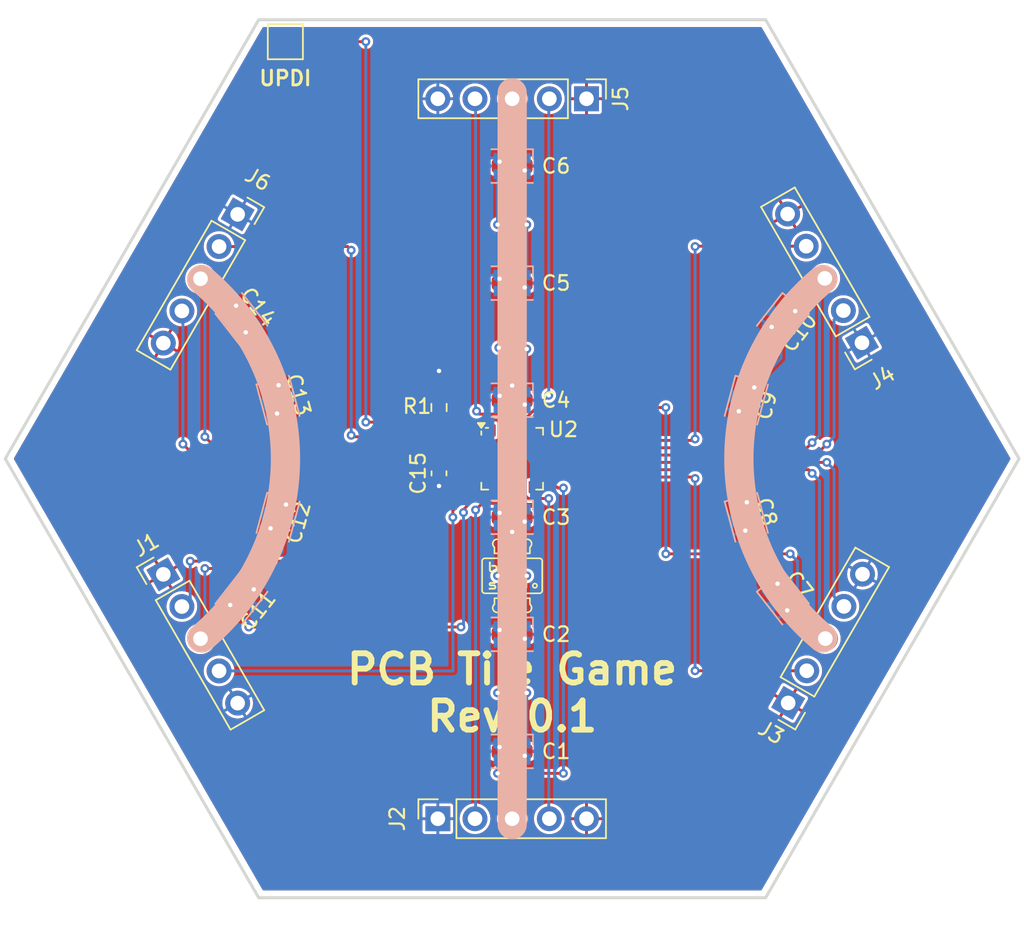
<source format=kicad_pcb>
(kicad_pcb (version 20240108) (generator "pcbnew") (generator_version "8.0")
  (title_block (title "PCB Tile Game") (rev "0.1"))
  (layers (0 "F.Cu" signal) (31 "B.Cu" signal) (34 "B.Paste" user) (35 "F.Paste" user) (36 "B.SilkS" user "B.Silkscreen") (37 "F.SilkS" user "F.Silkscreen") (38 "B.Mask" user) (39 "F.Mask" user) (44 "Edge.Cuts" user))
  (net 0 "")
  (net 1 "GND")
  (net 2 "VCC")
  (net 3 "Net-(D1-DOUT)")
  (net 4 "Net-(D2-DOUT)")
  (net 5 "Net-(D3-DOUT)")
  (net 6 "Net-(D4-DOUT)")
  (net 7 "Net-(D5-DOUT)")
  (net 8 "Net-(D7-DOUT)")
  (net 9 "/DATA_J1")
  (net 10 "/TX_J1")
  (net 11 "/RX_J1")
  (net 12 "/TX_J2")
  (net 13 "/DATA_J2")
  (net 14 "/RX_J2")
  (net 15 "/RX_J3")
  (net 16 "/DATA_J3")
  (net 17 "/TX_J3")
  (net 18 "/TX_J4")
  (net 19 "/RX_J4")
  (net 20 "/DATA_J4")
  (net 21 "/UPDI")
  (net 22 "/RX_J5")
  (net 23 "/TX_J5")
  (net 24 "/DATA_J5")
  (net 25 "Net-(D8-DOUT)")
  (net 26 "Net-(D11-DOUT)")
  (net 27 "Net-(D12-DOUT)")
  (net 28 "Net-(D13-DOUT)")
  (net 30 "/DATA_J6")
  (net 31 "/RX_J6")
  (net 32 "/TX_J6")
  (net 33 "/LED_J1-J6")
  (net 34 "/LED_J2-J5")
  (net 36 "/LED_J3-J4")
  (net 37 "Net-(D10-DIN)")
  (footprint "Capacitor_SMD:C_0603_1608Metric_Pad1.08x0.95mm_HandSolder" (layer "F.Cu") (at 140.06 92 180)
    (property "Reference" "C2" (at -3 0 0) (layer "F.SilkS"))
    (property "Value" "0.1uF")
    (pad "1" smd roundrect (at -0.8625 0 180) (size 1.075 0.95) (layers "F.Cu" "F.Paste" "F.Mask") (net 1 "GND"))
    (pad "2" smd roundrect (at 0.8625 0 180) (size 1.075 0.95) (layers "F.Cu" "F.Paste" "F.Mask") (net 2 "VCC"))
  )
  (footprint "Capacitor_SMD:C_0603_1608Metric_Pad1.08x0.95mm_HandSolder" (layer "F.Cu") (at 124.06 76 -75)
    (property "Reference" "C13" (at 0 -1.43 105) (layer "F.SilkS"))
    (property "Value" "0.1uF")
    (pad "1" smd roundrect (at -0.8625 0.000001 285) (size 1.075 0.95) (layers "F.Cu" "F.Paste" "F.Mask") (net 1 "GND"))
    (pad "2" smd roundrect (at 0.8625 -0.000001 285) (size 1.075 0.95) (layers "F.Cu" "F.Paste" "F.Mask") (net 2 "VCC"))
  )
  (footprint "Capacitor_SMD:C_0603_1608Metric_Pad1.08x0.95mm_HandSolder" (layer "F.Cu") (at 140.06 84 180)
    (property "Reference" "C3" (at -3 0 0) (layer "F.SilkS"))
    (property "Value" "0.1uF")
    (pad "1" smd roundrect (at -0.8625 0 180) (size 1.075 0.95) (layers "F.Cu" "F.Paste" "F.Mask") (net 1 "GND"))
    (pad "2" smd roundrect (at 0.8625 0 180) (size 1.075 0.95) (layers "F.Cu" "F.Paste" "F.Mask") (net 2 "VCC"))
  )
  (footprint "Connector_PinSocket_2.54mm:PinSocket_1x05_P2.54mm_Vertical" (layer "F.Cu") (at 134.98 104.6 90)
    (property "Reference" "J2" (at 0 -2.77 90) (layer "F.SilkS"))
    (property "Value" "Conn_01x05_Socket")
    (pad "1" thru_hole rect (at 0 0 90) (size 1.7 1.7) (drill 1) (layers "*.Cu" "*.Mask") (net 2 "VCC"))
    (pad "2" thru_hole oval (at 0 2.54 90) (size 1.7 1.7) (drill 1) (layers "*.Cu" "*.Mask") (net 12 "/TX_J2"))
    (pad "3" thru_hole oval (at 0 5.08 90) (size 1.7 1.7) (drill 1) (layers "*.Cu" "*.Mask") (net 13 "/DATA_J2"))
    (pad "4" thru_hole oval (at 0 7.62 90) (size 1.7 1.7) (drill 1) (layers "*.Cu" "*.Mask") (net 14 "/RX_J2"))
    (pad "5" thru_hole oval (at 0 10.16 90) (size 1.7 1.7) (drill 1) (layers "*.Cu" "*.Mask") (net 1 "GND"))
  )
  (footprint "Resistor_SMD:R_0603_1608Metric_Pad0.98x0.95mm_HandSolder" (layer "F.Cu") (at 135.06 76.5 -90)
    (property "Reference" "R1" (at -0.0875 1.5 360) (layer "F.SilkS"))
    (property "Value" "DNP")
    (pad "1" smd roundrect (at -0.9125 0 270) (size 0.975 0.95) (layers "F.Cu" "F.Paste" "F.Mask") (net 2 "VCC"))
    (pad "2" smd roundrect (at 0.9125 0 270) (size 0.975 0.95) (layers "F.Cu" "F.Paste" "F.Mask") (net 21 "/UPDI"))
  )
  (footprint "Capacitor_SMD:C_0603_1608Metric_Pad1.08x0.95mm_HandSolder" (layer "F.Cu") (at 158.56 70.5 -128)
    (property "Reference" "C10" (at 0 -1.43 52) (layer "F.SilkS"))
    (property "Value" "0.1uF")
    (pad "1" smd roundrect (at -0.8625 0 232) (size 1.075 0.95) (layers "F.Cu" "F.Paste" "F.Mask") (net 1 "GND"))
    (pad "2" smd roundrect (at 0.8625 0 232) (size 1.075 0.95) (layers "F.Cu" "F.Paste" "F.Mask") (net 2 "VCC"))
  )
  (footprint "Capacitor_SMD:C_0603_1608Metric_Pad1.08x0.95mm_HandSolder" (layer "F.Cu") (at 135.06 81 90)
    (property "Reference" "C15" (at 0 -1.43 90) (layer "F.SilkS"))
    (property "Value" "0.1uF")
    (pad "1" smd roundrect (at -0.8625 0 90) (size 1.075 0.95) (layers "F.Cu" "F.Paste" "F.Mask") (net 2 "VCC"))
    (pad "2" smd roundrect (at 0.8625 0 90) (size 1.075 0.95) (layers "F.Cu" "F.Paste" "F.Mask") (net 1 "GND"))
  )
  (footprint "Capacitor_SMD:C_0603_1608Metric_Pad1.08x0.95mm_HandSolder" (layer "F.Cu") (at 140.06 68 180)
    (property "Reference" "C5" (at -3 0 0) (layer "F.SilkS"))
    (property "Value" "0.1uF")
    (pad "1" smd roundrect (at -0.8625 0 180) (size 1.075 0.95) (layers "F.Cu" "F.Paste" "F.Mask") (net 1 "GND"))
    (pad "2" smd roundrect (at 0.8625 0 180) (size 1.075 0.95) (layers "F.Cu" "F.Paste" "F.Mask") (net 2 "VCC"))
  )
  (footprint "Capacitor_SMD:C_0603_1608Metric_Pad1.08x0.95mm_HandSolder" (layer "F.Cu") (at 156.06 84 -75)
    (property "Reference" "C8" (at 0 -1.43 105) (layer "F.SilkS"))
    (property "Value" "0.1uF")
    (pad "1" smd roundrect (at -0.8625 0 285) (size 1.075 0.95) (layers "F.Cu" "F.Paste" "F.Mask") (net 1 "GND"))
    (pad "2" smd roundrect (at 0.8625 0 285) (size 1.075 0.95) (layers "F.Cu" "F.Paste" "F.Mask") (net 2 "VCC"))
  )
  (footprint "Capacitor_SMD:C_0603_1608Metric_Pad1.08x0.95mm_HandSolder" (layer "F.Cu") (at 140.06 60 180)
    (property "Reference" "C6" (at -3 0 360) (layer "F.SilkS"))
    (property "Value" "0.1uF")
    (pad "1" smd roundrect (at -0.8625 0 180) (size 1.075 0.95) (layers "F.Cu" "F.Paste" "F.Mask") (net 1 "GND"))
    (pad "2" smd roundrect (at 0.8625 0 180) (size 1.075 0.95) (layers "F.Cu" "F.Paste" "F.Mask") (net 2 "VCC"))
  )
  (footprint "Connector_PinHeader_2.54mm:PinHeader_1x05_P2.54mm_Vertical" (layer "F.Cu") (at 158.92 96.689409 150)
    (property "Reference" "J3" (at 0 -2.33 150) (layer "F.SilkS"))
    (property "Value" "Conn_01x05_Pin")
    (pad "1" thru_hole rect (at 0 0 150) (size 1.7 1.7) (drill 1) (layers "*.Cu" "*.Mask") (net 1 "GND"))
    (pad "2" thru_hole oval (at 0 2.54 150) (size 1.7 1.7) (drill 1) (layers "*.Cu" "*.Mask") (net 17 "/TX_J3"))
    (pad "3" thru_hole oval (at 0 5.08 150) (size 1.7 1.7) (drill 1) (layers "*.Cu" "*.Mask") (net 16 "/DATA_J3"))
    (pad "4" thru_hole oval (at 0 7.62 150) (size 1.7 1.7) (drill 1) (layers "*.Cu" "*.Mask") (net 15 "/RX_J3"))
    (pad "5" thru_hole oval (at 0 10.16 150) (size 1.7 1.7) (drill 1) (layers "*.Cu" "*.Mask") (net 2 "VCC"))
  )
  (footprint "Capacitor_SMD:C_0603_1608Metric_Pad1.08x0.95mm_HandSolder" (layer "F.Cu") (at 121.56 70.5 -52)
    (property "Reference" "C14" (at 0 -1.430001 128) (layer "F.SilkS"))
    (property "Value" "0.1uF")
    (pad "1" smd roundrect (at -0.8625 -0.000001 308) (size 1.075 0.95) (layers "F.Cu" "F.Paste" "F.Mask") (net 1 "GND"))
    (pad "2" smd roundrect (at 0.8625 0.000001 308) (size 1.075 0.95) (layers "F.Cu" "F.Paste" "F.Mask") (net 2 "VCC"))
  )
  (footprint "Capacitor_SMD:C_0603_1608Metric_Pad1.08x0.95mm_HandSolder" (layer "F.Cu") (at 124.06 84 -105)
    (property "Reference" "C12" (at 0 -1.43 75) (layer "F.SilkS"))
    (property "Value" "0.1uF")
    (pad "1" smd roundrect (at -0.8625 0 255) (size 1.075 0.95) (layers "F.Cu" "F.Paste" "F.Mask") (net 1 "GND"))
    (pad "2" smd roundrect (at 0.8625 0 255) (size 1.075 0.95) (layers "F.Cu" "F.Paste" "F.Mask") (net 2 "VCC"))
  )
  (footprint "Connector_PinSocket_2.54mm:PinSocket_1x05_P2.54mm_Vertical" (layer "F.Cu") (at 121.3 63.300591 -30)
    (property "Reference" "J6" (at 0 -2.77 150) (layer "F.SilkS"))
    (property "Value" "Conn_01x05_Socket")
    (pad "1" thru_hole rect (at 0 0 330) (size 1.7 1.7) (drill 1) (layers "*.Cu" "*.Mask") (net 2 "VCC"))
    (pad "2" thru_hole oval (at 0 2.54 330) (size 1.7 1.7) (drill 1) (layers "*.Cu" "*.Mask") (net 32 "/TX_J6"))
    (pad "3" thru_hole oval (at 0 5.08 330) (size 1.7 1.7) (drill 1) (layers "*.Cu" "*.Mask") (net 30 "/DATA_J6"))
    (pad "4" thru_hole oval (at 0 7.62 330) (size 1.7 1.7) (drill 1) (layers "*.Cu" "*.Mask") (net 31 "/RX_J6"))
    (pad "5" thru_hole oval (at 0 10.16 330) (size 1.7 1.7) (drill 1) (layers "*.Cu" "*.Mask") (net 1 "GND"))
  )
  (footprint "Capacitor_SMD:C_0603_1608Metric_Pad1.08x0.95mm_HandSolder" (layer "F.Cu") (at 158.56 89.5 -52)
    (property "Reference" "C7" (at 0 -1.43 128) (layer "F.SilkS"))
    (property "Value" "0.1uF")
    (pad "1" smd roundrect (at -0.8625 0 308) (size 1.075 0.95) (layers "F.Cu" "F.Paste" "F.Mask") (net 1 "GND"))
    (pad "2" smd roundrect (at 0.8625 0 308) (size 1.075 0.95) (layers "F.Cu" "F.Paste" "F.Mask") (net 2 "VCC"))
  )
  (footprint "Capacitor_SMD:C_0603_1608Metric_Pad1.08x0.95mm_HandSolder" (layer "F.Cu") (at 140.06 100 180)
    (property "Reference" "C1" (at -3 0 0) (layer "F.SilkS"))
    (property "Value" "0.1uF")
    (pad "1" smd roundrect (at -0.8625 0 180) (size 1.075 0.95) (layers "F.Cu" "F.Paste" "F.Mask") (net 1 "GND"))
    (pad "2" smd roundrect (at 0.8625 0 180) (size 1.075 0.95) (layers "F.Cu" "F.Paste" "F.Mask") (net 2 "VCC"))
  )
  (footprint "New Logo:byteSizedEngineeringLogo-6mm" (layer "F.Cu") (at 140.06 88)
    (property "Reference" "G***" (hide yes))
    (property "Value" "LOGO" (hide yes))
  )
  (footprint "Connector_PinSocket_2.54mm:PinSocket_1x05_P2.54mm_Vertical" (layer "F.Cu") (at 163.963349 72.075928 -150)
    (property "Reference" "J4" (at 0 -2.77 30) (layer "F.SilkS"))
    (property "Value" "Conn_01x05_Socket")
    (pad "1" thru_hole rect (at 0 0 210) (size 1.7 1.7) (drill 1) (layers "*.Cu" "*.Mask") (net 2 "VCC"))
    (pad "2" thru_hole oval (at 0 2.54 210) (size 1.7 1.7) (drill 1) (layers "*.Cu" "*.Mask") (net 18 "/TX_J4"))
    (pad "3" thru_hole oval (at 0 5.08 210) (size 1.7 1.7) (drill 1) (layers "*.Cu" "*.Mask") (net 20 "/DATA_J4"))
    (pad "4" thru_hole oval (at 0 7.62 210) (size 1.7 1.7) (drill 1) (layers "*.Cu" "*.Mask") (net 19 "/RX_J4"))
    (pad "5" thru_hole oval (at 0 10.16 210) (size 1.7 1.7) (drill 1) (layers "*.Cu" "*.Mask") (net 1 "GND"))
  )
  (footprint "Capacitor_SMD:C_0603_1608Metric_Pad1.08x0.95mm_HandSolder" (layer "F.Cu") (at 156.06 76 -105)
    (property "Reference" "C9" (at 0 -1.43 75) (layer "F.SilkS"))
    (property "Value" "0.1uF")
    (pad "1" smd roundrect (at -0.8625 0 255) (size 1.075 0.95) (layers "F.Cu" "F.Paste" "F.Mask") (net 1 "GND"))
    (pad "2" smd roundrect (at 0.8625 0 255) (size 1.075 0.95) (layers "F.Cu" "F.Paste" "F.Mask") (net 2 "VCC"))
  )
  (footprint "Connector_PinHeader_2.54mm:PinHeader_1x05_P2.54mm_Vertical" (layer "F.Cu") (at 116.22 87.900591 30)
    (property "Reference" "J1" (at 0 -2.33 30) (layer "F.SilkS"))
    (property "Value" "Conn_01x05_Pin")
    (pad "1" thru_hole rect (at 0 0 30) (size 1.7 1.7) (drill 1) (layers "*.Cu" "*.Mask") (net 1 "GND"))
    (pad "2" thru_hole oval (at 0 2.54 30) (size 1.7 1.7) (drill 1) (layers "*.Cu" "*.Mask") (net 10 "/TX_J1"))
    (pad "3" thru_hole oval (at 0 5.08 30) (size 1.7 1.7) (drill 1) (layers "*.Cu" "*.Mask") (net 9 "/DATA_J1"))
    (pad "4" thru_hole oval (at 0 7.62 30) (size 1.7 1.7) (drill 1) (layers "*.Cu" "*.Mask") (net 11 "/RX_J1"))
    (pad "5" thru_hole oval (at 0 10.16 30) (size 1.7 1.7) (drill 1) (layers "*.Cu" "*.Mask") (net 2 "VCC"))
  )
  (footprint "Capacitor_SMD:C_0603_1608Metric_Pad1.08x0.95mm_HandSolder" (layer "F.Cu") (at 140.06 76 180)
    (property "Reference" "C4" (at -3 0 0) (layer "F.SilkS"))
    (property "Value" "0.1uF")
    (pad "1" smd roundrect (at -0.8625 0 180) (size 1.075 0.95) (layers "F.Cu" "F.Paste" "F.Mask") (net 1 "GND"))
    (pad "2" smd roundrect (at 0.8625 0 180) (size 1.075 0.95) (layers "F.Cu" "F.Paste" "F.Mask") (net 2 "VCC"))
  )
  (footprint "Connector_PinHeader_2.54mm:PinHeader_1x05_P2.54mm_Vertical" (layer "F.Cu") (at 145.14 55.4 -90)
    (property "Reference" "J5" (at 0 -2.33 90) (layer "F.SilkS"))
    (property "Value" "Conn_01x05_Pin")
    (pad "1" thru_hole rect (at 0 0 270) (size 1.7 1.7) (drill 1) (layers "*.Cu" "*.Mask") (net 1 "GND"))
    (pad "2" thru_hole oval (at 0 2.54 270) (size 1.7 1.7) (drill 1) (layers "*.Cu" "*.Mask") (net 23 "/TX_J5"))
    (pad "3" thru_hole oval (at 0 5.08 270) (size 1.7 1.7) (drill 1) (layers "*.Cu" "*.Mask") (net 24 "/DATA_J5"))
    (pad "4" thru_hole oval (at 0 7.62 270) (size 1.7 1.7) (drill 1) (layers "*.Cu" "*.Mask") (net 22 "/RX_J5"))
    (pad "5" thru_hole oval (at 0 10.16 270) (size 1.7 1.7) (drill 1) (layers "*.Cu" "*.Mask") (net 2 "VCC"))
  )
  (footprint "TestPoint:TestPoint_Pad_2.0x2.0mm" (layer "F.Cu") (at 124.56 51.5)
    (property "Reference" "TP1" (hide yes))
    (property "Value" "TestPoint")
    (pad "1" smd rect (at 0 0) (size 2 2) (layers "F.Cu" "F.Mask") (net 21 "/UPDI"))
  )
  (footprint "Package_DFN_QFN:QFN-24-1EP_4x4mm_P0.5mm_EP2.6x2.6mm" (layer "F.Cu") (at 140.06 80)
    (property "Reference" "U2" (at 3.5 -2 0) (layer "F.SilkS"))
    (property "Value" "ATtiny3217-M")
    (pad "1" smd roundrect (at -1.9375 -1.25) (size 0.825 0.25) (layers "F.Cu" "F.Paste" "F.Mask") (net 30 "/DATA_J6"))
    (pad "2" smd roundrect (at -1.9375 -0.75) (size 0.825 0.25) (layers "F.Cu" "F.Paste" "F.Mask") (net 31 "/RX_J6"))
    (pad "3" smd roundrect (at -1.9375 -0.25) (size 0.825 0.25) (layers "F.Cu" "F.Paste" "F.Mask") (net 1 "GND"))
    (pad "4" smd roundrect (at -1.9375 0.25) (size 0.825 0.25) (layers "F.Cu" "F.Paste" "F.Mask") (net 2 "VCC"))
    (pad "5" smd roundrect (at -1.9375 0.75) (size 0.825 0.25) (layers "F.Cu" "F.Paste" "F.Mask") (net 10 "/TX_J1"))
    (pad "6" smd roundrect (at -1.9375 1.25) (size 0.825 0.25) (layers "F.Cu" "F.Paste" "F.Mask") (net 9 "/DATA_J1"))
    (pad "7" smd roundrect (at -1.25 1.9375) (size 0.25 0.825) (layers "F.Cu" "F.Paste" "F.Mask") (net 11 "/RX_J1"))
    (pad "8" smd roundrect (at -0.75 1.9375) (size 0.25 0.825) (layers "F.Cu" "F.Paste" "F.Mask") (net 33 "/LED_J1-J6"))
    (pad "9" smd roundrect (at -0.25 1.9375) (size 0.25 0.825) (layers "F.Cu" "F.Paste" "F.Mask") (net 12 "/TX_J2"))
    (pad "10" smd roundrect (at 0.25 1.9375) (size 0.25 0.825) (layers "F.Cu" "F.Paste" "F.Mask") (net 13 "/DATA_J2"))
    (pad "11" smd roundrect (at 0.75 1.9375) (size 0.25 0.825) (layers "F.Cu" "F.Paste" "F.Mask") (net 14 "/RX_J2"))
    (pad "12" smd roundrect (at 1.25 1.9375) (size 0.25 0.825) (layers "F.Cu" "F.Paste" "F.Mask") (net 34 "/LED_J2-J5"))
    (pad "13" smd roundrect (at 1.9375 1.25) (size 0.825 0.25) (layers "F.Cu" "F.Paste" "F.Mask") (net 17 "/TX_J3"))
    (pad "14" smd roundrect (at 1.9375 0.75) (size 0.825 0.25) (layers "F.Cu" "F.Paste" "F.Mask") (net 16 "/DATA_J3"))
    (pad "15" smd roundrect (at 1.9375 0.25) (size 0.825 0.25) (layers "F.Cu" "F.Paste" "F.Mask") (net 15 "/RX_J3"))
    (pad "16" smd roundrect (at 1.9375 -0.25) (size 0.825 0.25) (layers "F.Cu" "F.Paste" "F.Mask") (net 18 "/TX_J4"))
    (pad "17" smd roundrect (at 1.9375 -0.75) (size 0.825 0.25) (layers "F.Cu" "F.Paste" "F.Mask") (net 20 "/DATA_J4"))
    (pad "18" smd roundrect (at 1.9375 -1.25) (size 0.825 0.25) (layers "F.Cu" "F.Paste" "F.Mask") (net 19 "/RX_J4"))
    (pad "19" smd roundrect (at 1.25 -1.9375) (size 0.25 0.825) (layers "F.Cu" "F.Paste" "F.Mask") (net 36 "/LED_J3-J4"))
    (pad "20" smd roundrect (at 0.75 -1.9375) (size 0.25 0.825) (layers "F.Cu" "F.Paste" "F.Mask") (net 23 "/TX_J5"))
    (pad "21" smd roundrect (at 0.25 -1.9375) (size 0.25 0.825) (layers "F.Cu" "F.Paste" "F.Mask") (net 24 "/DATA_J5"))
    (pad "22" smd roundrect (at -0.25 -1.9375) (size 0.25 0.825) (layers "F.Cu" "F.Paste" "F.Mask") (net 22 "/RX_J5"))
    (pad "23" smd roundrect (at -0.75 -1.9375) (size 0.25 0.825) (layers "F.Cu" "F.Paste" "F.Mask") (net 21 "/UPDI"))
    (pad "24" smd roundrect (at -1.25 -1.9375) (size 0.25 0.825) (layers "F.Cu" "F.Paste" "F.Mask") (net 32 "/TX_J6"))
    (pad "25" smd rect (at 0 0) (size 2.6 2.6) (property pad_prop_heatsink) (layers "F.Cu" "F.Mask") (net 1 "GND"))
  )
  (footprint "Capacitor_SMD:C_0603_1608Metric_Pad1.08x0.95mm_HandSolder" (layer "F.Cu") (at 121.56 89.5 -128)
    (property "Reference" "C11" (at 0 -1.430001 52) (layer "F.SilkS"))
    (property "Value" "0.1uF")
    (pad "1" smd roundrect (at -0.8625 0 232) (size 1.075 0.95) (layers "F.Cu" "F.Paste" "F.Mask") (net 1 "GND"))
    (pad "2" smd roundrect (at 0.8625 0 232) (size 1.075 0.95) (layers "F.Cu" "F.Paste" "F.Mask") (net 2 "VCC"))
  )
  (footprint "LED_SMD:LED_WS2812B-2020_PLCC4_2.0x2.0mm" (layer "B.Cu") (at 140.06 68 180)
    (property "Reference" "D5" (at 0 2 0) (layer "B.SilkS") (effects (justify mirror)))
    (property "Value" "WS2812B-2020")
    (pad "1" smd rect (at -0.915 0.55 180) (size 0.7 0.7) (layers "B.Cu" "B.Paste" "B.Mask") (net 7 "Net-(D5-DOUT)"))
    (pad "2" smd rect (at -0.915 -0.55 180) (size 0.7 0.7) (layers "B.Cu" "B.Paste" "B.Mask") (net 1 "GND"))
    (pad "3" smd rect (at 0.915 -0.55 180) (size 0.7 0.7) (layers "B.Cu" "B.Paste" "B.Mask") (net 6 "Net-(D4-DOUT)"))
    (pad "4" smd rect (at 0.915 0.55 180) (size 0.7 0.7) (layers "B.Cu" "B.Paste" "B.Mask") (net 2 "VCC"))
  )
  (footprint "LED_SMD:LED_WS2812B-2020_PLCC4_2.0x2.0mm" (layer "B.Cu") (at 140.06 60 180)
    (property "Reference" "D6" (at 0 2 360) (layer "B.SilkS") (effects (justify mirror)))
    (property "Value" "WS2812B-2020")
    (pad "1" smd rect (at -0.915 0.55 180) (size 0.7 0.7) (layers "B.Cu" "B.Paste" "B.Mask"))
    (pad "2" smd rect (at -0.915 -0.55 180) (size 0.7 0.7) (layers "B.Cu" "B.Paste" "B.Mask") (net 1 "GND"))
    (pad "3" smd rect (at 0.915 -0.55 180) (size 0.7 0.7) (layers "B.Cu" "B.Paste" "B.Mask") (net 7 "Net-(D5-DOUT)"))
    (pad "4" smd rect (at 0.915 0.55 180) (size 0.7 0.7) (layers "B.Cu" "B.Paste" "B.Mask") (net 2 "VCC"))
  )
  (footprint "LED_SMD:LED_WS2812B-2020_PLCC4_2.0x2.0mm" (layer "B.Cu") (at 156.06 76 -105)
    (property "Reference" "D9" (hide yes))
    (property "Value" "WS2812B-2020")
    (pad "1" smd rect (at -0.915001 0.549999 255) (size 0.7 0.7) (layers "B.Cu" "B.Paste" "B.Mask") (net 37 "Net-(D10-DIN)"))
    (pad "2" smd rect (at -0.915 -0.549998 255) (size 0.7 0.7) (layers "B.Cu" "B.Paste" "B.Mask") (net 1 "GND"))
    (pad "3" smd rect (at 0.915001 -0.549999 255) (size 0.7 0.7) (layers "B.Cu" "B.Paste" "B.Mask") (net 25 "Net-(D8-DOUT)"))
    (pad "4" smd rect (at 0.915 0.549998 255) (size 0.7 0.7) (layers "B.Cu" "B.Paste" "B.Mask") (net 2 "VCC"))
  )
  (footprint "LED_SMD:LED_WS2812B-2020_PLCC4_2.0x2.0mm" (layer "B.Cu") (at 140.06 92 180)
    (property "Reference" "D2" (at 0 2 0) (layer "B.SilkS") (effects (justify mirror)))
    (property "Value" "WS2812B-2020")
    (pad "1" smd rect (at -0.915 0.55 180) (size 0.7 0.7) (layers "B.Cu" "B.Paste" "B.Mask") (net 4 "Net-(D2-DOUT)"))
    (pad "2" smd rect (at -0.915 -0.55 180) (size 0.7 0.7) (layers "B.Cu" "B.Paste" "B.Mask") (net 1 "GND"))
    (pad "3" smd rect (at 0.915 -0.55 180) (size 0.7 0.7) (layers "B.Cu" "B.Paste" "B.Mask") (net 3 "Net-(D1-DOUT)"))
    (pad "4" smd rect (at 0.915 0.55 180) (size 0.7 0.7) (layers "B.Cu" "B.Paste" "B.Mask") (net 2 "VCC"))
  )
  (footprint "LED_SMD:LED_WS2812B-2020_PLCC4_2.0x2.0mm" (layer "B.Cu") (at 121.56 70.5 -52)
    (property "Reference" "D14" (hide yes))
    (property "Value" "WS2812B-2020")
    (pad "1" smd rect (at -0.915 0.55 308) (size 0.7 0.7) (layers "B.Cu" "B.Paste" "B.Mask"))
    (pad "2" smd rect (at -0.915001 -0.55 308) (size 0.7 0.7) (layers "B.Cu" "B.Paste" "B.Mask") (net 1 "GND"))
    (pad "3" smd rect (at 0.915 -0.55 308) (size 0.7 0.7) (layers "B.Cu" "B.Paste" "B.Mask") (net 28 "Net-(D13-DOUT)"))
    (pad "4" smd rect (at 0.915001 0.55 308) (size 0.7 0.7) (layers "B.Cu" "B.Paste" "B.Mask") (net 2 "VCC"))
  )
  (footprint "LED_SMD:LED_WS2812B-2020_PLCC4_2.0x2.0mm" (layer "B.Cu") (at 140.06 100 180)
    (property "Reference" "D1" (at 0 2 0) (layer "B.SilkS") (effects (justify mirror)))
    (property "Value" "WS2812B-2020")
    (pad "1" smd rect (at -0.915 0.55 180) (size 0.7 0.7) (layers "B.Cu" "B.Paste" "B.Mask") (net 3 "Net-(D1-DOUT)"))
    (pad "2" smd rect (at -0.915 -0.55 180) (size 0.7 0.7) (layers "B.Cu" "B.Paste" "B.Mask") (net 1 "GND"))
    (pad "3" smd rect (at 0.915 -0.55 180) (size 0.7 0.7) (layers "B.Cu" "B.Paste" "B.Mask") (net 34 "/LED_J2-J5"))
    (pad "4" smd rect (at 0.915 0.55 180) (size 0.7 0.7) (layers "B.Cu" "B.Paste" "B.Mask") (net 2 "VCC"))
  )
  (footprint "LED_SMD:LED_WS2812B-2020_PLCC4_2.0x2.0mm" (layer "B.Cu") (at 124.06 76 -75)
    (property "Reference" "D13" (hide yes))
    (property "Value" "WS2812B-2020")
    (pad "1" smd rect (at -0.915 0.55 285) (size 0.7 0.7) (layers "B.Cu" "B.Paste" "B.Mask") (net 28 "Net-(D13-DOUT)"))
    (pad "2" smd rect (at -0.915 -0.55 285) (size 0.7 0.7) (layers "B.Cu" "B.Paste" "B.Mask") (net 1 "GND"))
    (pad "3" smd rect (at 0.915 -0.55 285) (size 0.7 0.7) (layers "B.Cu" "B.Paste" "B.Mask") (net 27 "Net-(D12-DOUT)"))
    (pad "4" smd rect (at 0.915 0.55 285) (size 0.7 0.7) (layers "B.Cu" "B.Paste" "B.Mask") (net 2 "VCC"))
  )
  (footprint "LED_SMD:LED_WS2812B-2020_PLCC4_2.0x2.0mm" (layer "B.Cu") (at 140.06 84 180)
    (property "Reference" "D3" (at 0 2 0) (layer "B.SilkS") (effects (justify mirror)))
    (property "Value" "WS2812B-2020")
    (pad "1" smd rect (at -0.915 0.55 180) (size 0.7 0.7) (layers "B.Cu" "B.Paste" "B.Mask") (net 5 "Net-(D3-DOUT)"))
    (pad "2" smd rect (at -0.915 -0.55 180) (size 0.7 0.7) (layers "B.Cu" "B.Paste" "B.Mask") (net 1 "GND"))
    (pad "3" smd rect (at 0.915 -0.55 180) (size 0.7 0.7) (layers "B.Cu" "B.Paste" "B.Mask") (net 4 "Net-(D2-DOUT)"))
    (pad "4" smd rect (at 0.915 0.55 180) (size 0.7 0.7) (layers "B.Cu" "B.Paste" "B.Mask") (net 2 "VCC"))
  )
  (footprint "LED_SMD:LED_WS2812B-2020_PLCC4_2.0x2.0mm" (layer "B.Cu") (at 156.06 84 -75)
    (property "Reference" "D8" (hide yes))
    (property "Value" "WS2812B-2020")
    (pad "1" smd rect (at -0.915 0.55 285) (size 0.7 0.7) (layers "B.Cu" "B.Paste" "B.Mask") (net 25 "Net-(D8-DOUT)"))
    (pad "2" smd rect (at -0.915 -0.55 285) (size 0.7 0.7) (layers "B.Cu" "B.Paste" "B.Mask") (net 1 "GND"))
    (pad "3" smd rect (at 0.915 -0.55 285) (size 0.7 0.7) (layers "B.Cu" "B.Paste" "B.Mask") (net 8 "Net-(D7-DOUT)"))
    (pad "4" smd rect (at 0.915 0.55 285) (size 0.7 0.7) (layers "B.Cu" "B.Paste" "B.Mask") (net 2 "VCC"))
  )
  (footprint "LED_SMD:LED_WS2812B-2020_PLCC4_2.0x2.0mm" (layer "B.Cu") (at 158.56 89.5 -52)
    (property "Reference" "D7" (hide yes))
    (property "Value" "WS2812B-2020")
    (pad "1" smd rect (at -0.915 0.55 308) (size 0.7 0.7) (layers "B.Cu" "B.Paste" "B.Mask") (net 8 "Net-(D7-DOUT)"))
    (pad "2" smd rect (at -0.915 -0.55 308) (size 0.7 0.7) (layers "B.Cu" "B.Paste" "B.Mask") (net 1 "GND"))
    (pad "3" smd rect (at 0.915 -0.55 308) (size 0.7 0.7) (layers "B.Cu" "B.Paste" "B.Mask") (net 36 "/LED_J3-J4"))
    (pad "4" smd rect (at 0.915 0.55 308) (size 0.7 0.7) (layers "B.Cu" "B.Paste" "B.Mask") (net 2 "VCC"))
  )
  (footprint "LED_SMD:LED_WS2812B-2020_PLCC4_2.0x2.0mm" (layer "B.Cu") (at 140.06 76 180)
    (property "Reference" "D4" (at 0 2 0) (layer "B.SilkS") (effects (justify mirror)))
    (property "Value" "WS2812B-2020")
    (pad "1" smd rect (at -0.915 0.55 180) (size 0.7 0.7) (layers "B.Cu" "B.Paste" "B.Mask") (net 6 "Net-(D4-DOUT)"))
    (pad "2" smd rect (at -0.915 -0.55 180) (size 0.7 0.7) (layers "B.Cu" "B.Paste" "B.Mask") (net 1 "GND"))
    (pad "3" smd rect (at 0.915 -0.55 180) (size 0.7 0.7) (layers "B.Cu" "B.Paste" "B.Mask") (net 5 "Net-(D3-DOUT)"))
    (pad "4" smd rect (at 0.915 0.55 180) (size 0.7 0.7) (layers "B.Cu" "B.Paste" "B.Mask") (net 2 "VCC"))
  )
  (footprint "LED_SMD:LED_WS2812B-2020_PLCC4_2.0x2.0mm" (layer "B.Cu") (at 124.06 84 -105)
    (property "Reference" "D12" (hide yes))
    (property "Value" "WS2812B-2020")
    (pad "1" smd rect (at -0.915 0.55 255) (size 0.7 0.7) (layers "B.Cu" "B.Paste" "B.Mask") (net 27 "Net-(D12-DOUT)"))
    (pad "2" smd rect (at -0.915 -0.55 255) (size 0.7 0.7) (layers "B.Cu" "B.Paste" "B.Mask") (net 1 "GND"))
    (pad "3" smd rect (at 0.915 -0.55 255) (size 0.7 0.7) (layers "B.Cu" "B.Paste" "B.Mask") (net 26 "Net-(D11-DOUT)"))
    (pad "4" smd rect (at 0.915 0.55 255) (size 0.7 0.7) (layers "B.Cu" "B.Paste" "B.Mask") (net 2 "VCC"))
  )
  (footprint "LED_SMD:LED_WS2812B-2020_PLCC4_2.0x2.0mm" (layer "B.Cu") (at 121.56 89.5 -128)
    (property "Reference" "D11" (hide yes))
    (property "Value" "WS2812B-2020")
    (pad "1" smd rect (at -0.915 0.55 232) (size 0.7 0.7) (layers "B.Cu" "B.Paste" "B.Mask") (net 26 "Net-(D11-DOUT)"))
    (pad "2" smd rect (at -0.915 -0.55 232) (size 0.7 0.7) (layers "B.Cu" "B.Paste" "B.Mask") (net 1 "GND"))
    (pad "3" smd rect (at 0.915 -0.55 232) (size 0.7 0.7) (layers "B.Cu" "B.Paste" "B.Mask") (net 33 "/LED_J1-J6"))
    (pad "4" smd rect (at 0.915 0.55 232) (size 0.7 0.7) (layers "B.Cu" "B.Paste" "B.Mask") (net 2 "VCC"))
  )
  (footprint "LED_SMD:LED_WS2812B-2020_PLCC4_2.0x2.0mm" (layer "B.Cu") (at 158.56 70.5 -128)
    (property "Reference" "D10" (hide yes))
    (property "Value" "WS2812B-2020")
    (pad "1" smd rect (at -0.915001 0.55 232) (size 0.7 0.7) (layers "B.Cu" "B.Paste" "B.Mask"))
    (pad "2" smd rect (at -0.915 -0.55 232) (size 0.7 0.7) (layers "B.Cu" "B.Paste" "B.Mask") (net 1 "GND"))
    (pad "3" smd rect (at 0.915001 -0.55 232) (size 0.7 0.7) (layers "B.Cu" "B.Paste" "B.Mask") (net 37 "Net-(D10-DIN)"))
    (pad "4" smd rect (at 0.915 0.55 232) (size 0.7 0.7) (layers "B.Cu" "B.Paste" "B.Mask") (net 2 "VCC"))
  )
  (gr_line (start 140.06 105) (end 140.06 55) (stroke (width 2)) (layer "B.SilkS"))
  (gr_arc (start 118.842 67.75) (mid 124.567289 80) (end 118.842 92.25) (stroke (width 2)) (layer "B.SilkS"))
  (gr_arc (start 161.278 92.25) (mid 155.552711 80) (end 161.278 67.75) (stroke (width 2)) (layer "B.SilkS"))
  (gr_line (start 122.739492 110) (end 157.380508 110) (stroke (width 0.2)) (layer "Edge.Cuts"))
  (gr_line (start 157.380508 110) (end 174.701016 80) (stroke (width 0.2)) (layer "Edge.Cuts"))
  (gr_line (start 174.701016 80) (end 157.380508 50) (stroke (width 0.2)) (layer "Edge.Cuts"))
  (gr_line (start 122.739492 50) (end 105.418984 80) (stroke (width 0.2)) (layer "Edge.Cuts"))
  (gr_line (start 105.418984 80) (end 122.739492 110) (stroke (width 0.2)) (layer "Edge.Cuts"))
  (gr_line (start 157.380508 50) (end 122.739492 50) (stroke (width 0.2)) (layer "Edge.Cuts"))
  (gr_text "UPDI" (at 124.56 54 0) (layer "F.SilkS") (effects (font (size 1 1) (thickness 0.2))))
  (gr_text "${TITLE}\nRev ${REVISION}" (at 140.06 96 0) (layer "F.SilkS") (effects (font (size 2 2) (thickness 0.4) (bold yes))))
  (segment (start 135.4475 79.75) (end 135.06 80.1375) (width 0.2) (layer "F.Cu") (net 1))
  (segment (start 138.1225 79.75) (end 135.4475 79.75) (width 0.2) (layer "F.Cu") (net 1))
  (via (at 156.096148 82.975795) (size 0.6) (drill 0.3) (layers "F.Cu" "B.Cu") (net 1))
  (via (at 140.9225 68.300002) (size 0.6) (drill 0.3) (layers "F.Cu" "B.Cu") (net 1))
  (via (at 159.399722 69.912488) (size 0.6) (drill 0.3) (layers "F.Cu" "B.Cu") (net 1))
  (via (at 140.9225 92.300002) (size 0.6) (drill 0.3) (layers "F.Cu" "B.Cu") (net 1))
  (via (at 140.9225 60.300002) (size 0.6) (drill 0.3) (layers "F.Cu" "B.Cu") (net 1))
  (via (at 124.603407 83.131087) (size 0.6) (drill 0.3) (layers "F.Cu" "B.Cu") (net 1))
  (via (at 156.603409 75.131087) (size 0.6) (drill 0.3) (layers "F.Cu" "B.Cu") (net 1))
  (via (at 158.193086 88.54309) (size 0.6) (drill 0.3) (layers "F.Cu" "B.Cu") (net 1))
  (via (at 140.917986 84.300002) (size 0.6) (drill 0.3) (layers "F.Cu" "B.Cu") (net 1))
  (via (at 124.096148 74.975794) (size 0.6) (drill 0.3) (layers "F.Cu" "B.Cu") (net 1))
  (via (at 140.9225 100.300002) (size 0.6) (drill 0.3) (layers "F.Cu" "B.Cu") (net 1))
  (via (at 122.399855 88.926271) (size 0.6) (drill 0.3) (layers "F.Cu" "B.Cu") (net 1))
  (via (at 140.9225 76.300002) (size 0.6) (drill 0.3) (layers "F.Cu" "B.Cu") (net 1))
  (via (at 121.193088 69.543091) (size 0.6) (drill 0.3) (layers "F.Cu" "B.Cu") (net 1))
  (segment (start 135.06 75.5875) (end 135.06 74) (width 0.2) (layer "F.Cu") (net 2))
  (segment (start 136.000442 81.8625) (end 135.06 81.8625) (width 0.2) (layer "F.Cu") (net 2))
  (segment (start 137.612942 80.25) (end 136.000442 81.8625) (width 0.2) (layer "F.Cu") (net 2))
  (segment (start 138.1225 80.25) (end 137.612942 80.25) (width 0.2) (layer "F.Cu") (net 2))
  (via (at 135.06 74) (size 0.6) (drill 0.3) (layers "F.Cu" "B.Cu") (net 2))
  (via (at 139.1975 67.699998) (size 0.6) (drill 0.3) (layers "F.Cu" "B.Cu") (net 2))
  (via (at 157.792588 70.99496) (size 0.6) (drill 0.3) (layers "F.Cu" "B.Cu") (net 2))
  (via (at 155.54699 76.755464) (size 0.6) (drill 0.3) (layers "F.Cu" "B.Cu") (net 2))
  (via (at 139.1975 59.699998) (size 0.6) (drill 0.3) (layers "F.Cu" "B.Cu") (net 2))
  (via (at 139.1975 99.699998) (size 0.6) (drill 0.3) (layers "F.Cu" "B.Cu") (net 2))
  (via (at 139.1975 91.699998) (size 0.6) (drill 0.3) (layers "F.Cu" "B.Cu") (net 2))
  (via (at 123.993453 76.910757) (size 0.6) (drill 0.3) (layers "F.Cu" "B.Cu") (net 2))
  (via (at 121.854604 71.364358) (size 0.6) (drill 0.3) (layers "F.Cu" "B.Cu") (net 2))
  (via (at 123.54699 84.755465) (size 0.6) (drill 0.3) (layers "F.Cu" "B.Cu") (net 2))
  (via (at 158.854604 90.364358) (size 0.6) (drill 0.3) (layers "F.Cu" "B.Cu") (net 2))
  (via (at 135.06 81.8625) (size 0.6) (drill 0.3) (layers "F.Cu" "B.Cu") (net 2))
  (via (at 155.993453 84.910757) (size 0.6) (drill 0.3) (layers "F.Cu" "B.Cu") (net 2))
  (via (at 139.202014 75.699998) (size 0.6) (drill 0.3) (layers "F.Cu" "B.Cu") (net 2))
  (via (at 139.1975 83.699998) (size 0.6) (drill 0.3) (layers "F.Cu" "B.Cu") (net 2))
  (via (at 120.792589 89.994961) (size 0.6) (drill 0.3) (layers "F.Cu" "B.Cu") (net 2))
  (segment (start 139.06 96) (end 141.06 96) (width 0.2) (layer "F.Cu") (net 3))
  (via (at 141.06 96) (size 0.6) (drill 0.3) (layers "F.Cu" "B.Cu") (net 3))
  (via (at 139.06 96) (size 0.6) (drill 0.3) (layers "F.Cu" "B.Cu") (net 3))
  (segment (start 139.145 92.55) (end 139.145 95.915) (width 0.2) (layer "B.Cu") (net 3))
  (segment (start 139.145 95.915) (end 139.06 96) (width 0.2) (layer "B.Cu") (net 3))
  (segment (start 141.06 96) (end 141.06 99.365) (width 0.2) (layer "B.Cu") (net 3))
  (segment (start 141.06 88) (end 139.06 88) (width 0.2) (layer "F.Cu") (net 4))
  (via (at 141.06 88) (size 0.6) (drill 0.3) (layers "F.Cu" "B.Cu") (net 4))
  (via (at 139.06 88) (size 0.6) (drill 0.3) (layers "F.Cu" "B.Cu") (net 4))
  (segment (start 139.145 87.915) (end 139.145 84.55) (width 0.2) (layer "B.Cu") (net 4))
  (segment (start 139.06 88) (end 139.145 87.915) (width 0.2) (layer "B.Cu") (net 4))
  (segment (start 140.975 88.085) (end 141.06 88) (width 0.2) (layer "B.Cu") (net 4))
  (segment (start 140.975 91.45) (end 140.975 88.085) (width 0.2) (layer "B.Cu") (net 4))
  (segment (start 140.975 80.415) (end 139.145 78.585) (width 0.2) (layer "B.Cu") (net 5))
  (segment (start 140.975 83.45) (end 140.975 80.415) (width 0.2) (layer "B.Cu") (net 5))
  (segment (start 139.145 78.585) (end 139.145 76.55) (width 0.2) (layer "B.Cu") (net 5))
  (segment (start 141.06 72.5) (end 139.23 72.5) (width 0.2) (layer "F.Cu") (net 6))
  (segment (start 139.23 72.5) (end 139.145 72.415) (width 0.2) (layer "F.Cu") (net 6))
  (via (at 139.145 72.415) (size 0.6) (drill 0.3) (layers "F.Cu" "B.Cu") (net 6))
  (via (at 141.06 72.5) (size 0.6) (drill 0.3) (layers "F.Cu" "B.Cu") (net 6))
  (segment (start 139.145 72.415) (end 139.145 68.55) (width 0.2) (layer "B.Cu") (net 6))
  (segment (start 141.06 72.5) (end 141.06 75.365) (width 0.2) (layer "B.Cu") (net 6))
  (segment (start 141.06 64) (end 139.06 64) (width 0.2) (layer "F.Cu") (net 7))
  (via (at 139.06 64) (size 0.6) (drill 0.3) (layers "F.Cu" "B.Cu") (net 7))
  (via (at 141.06 64) (size 0.6) (drill 0.3) (layers "F.Cu" "B.Cu") (net 7))
  (segment (start 140.975 67.085) (end 141.06 67) (width 0.2) (layer "B.Cu") (net 7))
  (segment (start 140.975 67.45) (end 140.975 67.085) (width 0.2) (layer "B.Cu") (net 7))
  (segment (start 139.06 64) (end 139.06 60.635) (width 0.2) (layer "B.Cu") (net 7))
  (segment (start 141.06 67) (end 141.06 64) (width 0.2) (layer "B.Cu") (net 7))
  (segment (start 157.563264 89.117584) (end 157.06 88.61432) (width 0.2) (layer "B.Cu") (net 8))
  (segment (start 157.06 88.61432) (end 157.06 84.973393) (width 0.2) (layer "B.Cu") (net 8))
  (segment (start 157.06 84.973393) (end 156.828079 84.741472) (width 0.2) (layer "B.Cu") (net 8))
  (segment (start 119.06 87.5) (end 131.494314 87.5) (width 0.2) (layer "F.Cu") (net 9))
  (segment (start 137.744314 81.25) (end 138.1225 81.25) (width 0.2) (layer "F.Cu") (net 9))
  (segment (start 131.494314 87.5) (end 137.744314 81.25) (width 0.2) (layer "F.Cu") (net 9))
  (via (at 119.06 87.5) (size 0.6) (drill 0.3) (layers "F.Cu" "B.Cu") (net 9))
  (segment (start 119.06 87.5) (end 119.06 92) (width 0.2) (layer "B.Cu") (net 9))
  (segment (start 118.711471 87) (end 118.811471 86.9) (width 0.2) (layer "F.Cu") (net 10))
  (segment (start 118.811471 86.9) (end 119.308529 86.9) (width 0.2) (layer "F.Cu") (net 10))
  (segment (start 118.06 87) (end 118.711471 87) (width 0.2) (layer "F.Cu") (net 10))
  (segment (start 119.308529 86.9) (end 119.408529 87) (width 0.2) (layer "F.Cu") (net 10))
  (segment (start 137.678628 80.75) (end 138.1225 80.75) (width 0.2) (layer "F.Cu") (net 10))
  (segment (start 119.408529 87) (end 131.428628 87) (width 0.2) (layer "F.Cu") (net 10))
  (segment (start 131.428628 87) (end 137.678628 80.75) (width 0.2) (layer "F.Cu") (net 10))
  (via (at 118.06 87) (size 0.6) (drill 0.3) (layers "F.Cu" "B.Cu") (net 10))
  (segment (start 118.06 89.530296) (end 117.49 90.100296) (width 0.2) (layer "B.Cu") (net 10))
  (segment (start 118.06 87) (end 118.06 89.530296) (width 0.2) (layer "B.Cu") (net 10))
  (segment (start 136.005325 83.554675) (end 137.6225 81.9375) (width 0.2) (layer "F.Cu") (net 11))
  (segment (start 137.6225 81.9375) (end 138.81 81.9375) (width 0.2) (layer "F.Cu") (net 11))
  (segment (start 136.005325 84.003885) (end 136.005325 83.554675) (width 0.2) (layer "F.Cu") (net 11))
  (via (at 136.005325 84.003885) (size 0.6) (drill 0.3) (layers "F.Cu" "B.Cu") (net 11))
  (segment (start 136.005325 84.003885) (end 136.013917 84.012477) (width 0.2) (layer "B.Cu") (net 11))
  (segment (start 129.560295 94.499705) (end 120.03 94.499705) (width 0.2) (layer "B.Cu") (net 11))
  (segment (start 136.013917 84.012477) (end 136.013917 91.197554) (width 0.2) (layer "B.Cu") (net 11))
  (segment (start 129.56059 94.5) (end 129.560295 94.499705) (width 0.2) (layer "B.Cu") (net 11))
  (segment (start 136.013917 91.802446) (end 136.013917 94.5) (width 0.2) (layer "B.Cu") (net 11))
  (segment (start 135.96 91.251471) (end 135.96 91.748529) (width 0.2) (layer "B.Cu") (net 11))
  (segment (start 136.013917 91.197554) (end 135.96 91.251471) (width 0.2) (layer "B.Cu") (net 11))
  (segment (start 135.96 91.748529) (end 136.013917 91.802446) (width 0.2) (layer "B.Cu") (net 11))
  (segment (start 136.013917 94.5) (end 129.56059 94.5) (width 0.2) (layer "B.Cu") (net 11))
  (segment (start 139.81 81.9375) (end 139.81 82.430072) (width 0.2) (layer "F.Cu") (net 12))
  (segment (start 139.190072 83.05) (end 138.11 83.05) (width 0.2) (layer "F.Cu") (net 12))
  (segment (start 138.01 83.05) (end 137.56 83.5) (width 0.2) (layer "F.Cu") (net 12))
  (segment (start 138.11 83.05) (end 138.01 83.05) (width 0.2) (layer "F.Cu") (net 12))
  (segment (start 139.81 82.430072) (end 139.190072 83.05) (width 0.2) (layer "F.Cu") (net 12))
  (via (at 137.56 83.5) (size 0.6) (drill 0.3) (layers "F.Cu" "B.Cu") (net 12))
  (segment (start 137.56 83.5) (end 137.56 104.56) (width 0.2) (layer "B.Cu") (net 12))
  (segment (start 140.31 82.75) (end 140.31 81.9375) (width 0.2) (layer "F.Cu") (net 13))
  (segment (start 140.31 82.75) (end 140.06 83) (width 0.2) (layer "F.Cu") (net 13))
  (segment (start 140.06 83) (end 140.06 85) (width 0.2) (layer "F.Cu") (net 13))
  (via (at 140.06 85) (size 0.6) (drill 0.3) (layers "F.Cu" "B.Cu") (net 13))
  (segment (start 140.06 85) (end 140.06 104.6) (width 0.2) (layer "B.Cu") (net 13))
  (segment (start 142.56 82.717157) (end 141.162771 82.717157) (width 0.2) (layer "F.Cu") (net 14))
  (segment (start 141.162771 82.717157) (end 140.81 82.364386) (width 0.2) (layer "F.Cu") (net 14))
  (segment (start 140.81 82.364386) (end 140.81 81.9375) (width 0.2) (layer "F.Cu") (net 14))
  (via (at 142.56 82.717157) (size 0.6) (drill 0.3) (layers "F.Cu" "B.Cu") (net 14))
  (segment (start 142.56 82.717157) (end 142.56 104.56) (width 0.2) (layer "B.Cu") (net 14))
  (segment (start 161.56 80.25) (end 141.9975 80.25) (width 0.2) (layer "F.Cu") (net 15))
  (via (at 161.56 80.25) (size 0.6) (drill 0.3) (layers "F.Cu" "B.Cu") (net 15))
  (segment (start 162.06 80.75) (end 162.06 89.420295) (width 0.2) (layer "B.Cu") (net 15))
  (segment (start 162.06 89.420295) (end 162.73 90.090295) (width 0.2) (layer "B.Cu") (net 15))
  (segment (start 161.56 80.25) (end 162.06 80.75) (width 0.2) (layer "B.Cu") (net 15))
  (segment (start 141.9975 80.75) (end 160.31 80.75) (width 0.2) (layer "F.Cu") (net 16))
  (segment (start 160.31 80.75) (end 160.56 81) (width 0.2) (layer "F.Cu") (net 16))
  (via (at 160.56 81) (size 0.6) (drill 0.3) (layers "F.Cu" "B.Cu") (net 16))
  (segment (start 161.06 81.5) (end 161.06 91.89) (width 0.2) (layer "B.Cu") (net 16))
  (segment (start 160.56 81) (end 161.06 81.5) (width 0.2) (layer "B.Cu") (net 16))
  (segment (start 152.56 81.35) (end 152.46 81.25) (width 0.2) (layer "F.Cu") (net 17))
  (segment (start 160.19 94.489704) (end 152.56 94.489704) (width 0.2) (layer "F.Cu") (net 17))
  (segment (start 152.46 81.25) (end 141.9975 81.25) (width 0.2) (layer "F.Cu") (net 17))
  (via (at 152.56 94.489704) (size 0.6) (drill 0.3) (layers "F.Cu" "B.Cu") (net 17))
  (via (at 152.56 81.35) (size 0.6) (drill 0.3) (layers "F.Cu" "B.Cu") (net 17))
  (segment (start 152.56 94.489704) (end 152.56 81.35) (width 0.2) (layer "B.Cu") (net 17))
  (segment (start 161.56 79) (end 160.81 79.75) (width 0.2) (layer "F.Cu") (net 18))
  (segment (start 160.81 79.75) (end 141.9975 79.75) (width 0.2) (layer "F.Cu") (net 18))
  (via (at 161.56 79) (size 0.6) (drill 0.3) (layers "F.Cu" "B.Cu") (net 18))
  (segment (start 162.06 78.5) (end 162.06 70.509572) (width 0.2) (layer "B.Cu") (net 18))
  (segment (start 161.56 79) (end 162.06 78.5) (width 0.2) (layer "B.Cu") (net 18))
  (segment (start 162.06 70.509572) (end 162.693349 69.876223) (width 0.2) (layer "B.Cu") (net 18))
  (segment (start 152.583186 65.476814) (end 152.56 65.5) (width 0.2) (layer "F.Cu") (net 19))
  (segment (start 152.56 78.65) (end 152.46 78.75) (width 0.2) (layer "F.Cu") (net 19))
  (segment (start 160.153349 65.476814) (end 152.583186 65.476814) (width 0.2) (layer "F.Cu") (net 19))
  (segment (start 152.46 78.75) (end 141.9975 78.75) (width 0.2) (layer "F.Cu") (net 19))
  (via (at 152.56 65.5) (size 0.6) (drill 0.3) (layers "F.Cu" "B.Cu") (net 19))
  (via (at 152.56 78.65) (size 0.6) (drill 0.3) (layers "F.Cu" "B.Cu") (net 19))
  (segment (start 152.56 78.65) (end 152.56 65.5) (width 0.2) (layer "B.Cu") (net 19))
  (segment (start 160.56 78.9) (end 160.21 79.25) (width 0.2) (layer "F.Cu") (net 20))
  (segment (start 160.21 79.25) (end 141.9975 79.25) (width 0.2) (layer "F.Cu") (net 20))
  (via (at 160.56 78.9) (size 0.6) (drill 0.3) (layers "F.Cu" "B.Cu") (net 20))
  (segment (start 160.56 78.9) (end 161.06 78.4) (width 0.2) (layer "B.Cu") (net 20))
  (segment (start 161.06 78.4) (end 161.06 68.039868) (width 0.2) (layer "B.Cu") (net 20))
  (segment (start 139.31 77.635614) (end 139.024386 77.35) (width 0.2) (layer "F.Cu") (net 21))
  (segment (start 137.41 77.35) (end 137.3475 77.4125) (width 0.2) (layer "F.Cu") (net 21))
  (segment (start 124.56 51.5) (end 130.06 51.5) (width 0.2) (layer "F.Cu") (net 21))
  (segment (start 139.31 78.0625) (end 139.31 77.635614) (width 0.2) (layer "F.Cu") (net 21))
  (segment (start 130.06 77.5) (end 134.9725 77.5) (width 0.2) (layer "F.Cu") (net 21))
  (segment (start 139.024386 77.35) (end 137.41 77.35) (width 0.2) (layer "F.Cu") (net 21))
  (segment (start 137.3475 77.4125) (end 135.06 77.4125) (width 0.2) (layer "F.Cu") (net 21))
  (via (at 130.06 51.5) (size 0.6) (drill 0.3) (layers "F.Cu" "B.Cu") (net 21))
  (via (at 130.06 77.5) (size 0.6) (drill 0.3) (layers "F.Cu" "B.Cu") (net 21))
  (segment (start 130.06 51.5) (end 130.06 77.5) (width 0.2) (layer "B.Cu") (net 21))
  (segment (start 139.81 78.0625) (end 139.81 77.569928) (width 0.2) (layer "F.Cu") (net 22))
  (segment (start 139.190072 76.95) (end 137.82775 76.95) (width 0.2) (layer "F.Cu") (net 22))
  (segment (start 137.82775 76.95) (end 137.62775 76.75) (width 0.2) (layer "F.Cu") (net 22))
  (segment (start 139.81 77.569928) (end 139.190072 76.95) (width 0.2) (layer "F.Cu") (net 22))
  (via (at 137.62775 76.75) (size 0.6) (drill 0.3) (layers "F.Cu" "B.Cu") (net 22))
  (segment (start 137.62775 76.75) (end 137.56 76.68225) (width 0.2) (layer "B.Cu") (net 22))
  (segment (start 137.56 76.68225) (end 137.56 55.44) (width 0.2) (layer "B.Cu") (net 22))
  (segment (start 140.81 77.416722) (end 140.81 78.0625) (width 0.2) (layer "F.Cu") (net 23))
  (segment (start 142.56 75.666722) (end 140.81 77.416722) (width 0.2) (layer "F.Cu") (net 23))
  (via (at 142.56 75.666722) (size 0.6) (drill 0.3) (layers "F.Cu" "B.Cu") (net 23))
  (segment (start 142.56 75.666722) (end 142.56 55.44) (width 0.2) (layer "B.Cu") (net 23))
  (segment (start 140.085 76.466722) (end 140.085 75.025) (width 0.2) (layer "F.Cu") (net 24))
  (segment (start 140.31 78.0625) (end 140.31 76.691722) (width 0.2) (layer "F.Cu") (net 24))
  (segment (start 140.085 75.025) (end 140.06 75) (width 0.2) (layer "F.Cu") (net 24))
  (segment (start 140.31 76.691722) (end 140.085 76.466722) (width 0.2) (layer "F.Cu") (net 24))
  (via (at 140.06 75) (size 0.6) (drill 0.3) (layers "F.Cu" "B.Cu") (net 24))
  (segment (start 140.06 55.4) (end 140.06 75) (width 0.2) (layer "B.Cu") (net 24))
  (segment (start 156.06 77.320612) (end 156.354439 77.026173) (width 0.2) (layer "B.Cu") (net 25))
  (segment (start 155.291921 82.268079) (end 156.06 81.5) (width 0.2) (layer "B.Cu") (net 25))
  (segment (start 155.291921 83.258528) (end 155.291921 82.268079) (width 0.2) (layer "B.Cu") (net 25))
  (segment (start 156.06 81.5) (end 156.06 77.320612) (width 0.2) (layer "B.Cu") (net 25))
  (segment (start 124.35444 86.365867) (end 124.35444 85.026173) (width 0.2) (layer "B.Cu") (net 26))
  (segment (start 121.803981 88.326299) (end 122.394008 88.326299) (width 0.2) (layer "B.Cu") (net 26))
  (segment (start 122.394008 88.326299) (end 124.35444 86.365867) (width 0.2) (layer "B.Cu") (net 26))
  (segment (start 124.828079 81.911308) (end 124.828079 76.741472) (width 0.2) (layer "B.Cu") (net 27))
  (segment (start 123.76556 82.973827) (end 124.828079 81.911308) (width 0.2) (layer "B.Cu") (net 27))
  (segment (start 123.291921 75.258528) (end 123.06 75.026607) (width 0.2) (layer "B.Cu") (net 28))
  (segment (start 123.06 71.38568) (end 122.556736 70.882416) (width 0.2) (layer "B.Cu") (net 28))
  (segment (start 123.06 75.026607) (end 123.06 71.38568) (width 0.2) (layer "B.Cu") (net 28))
  (segment (start 119.06 78.5) (end 119.56 79) (width 0.2) (layer "F.Cu") (net 30))
  (segment (start 134.577593 78.75) (end 138.1225 78.75) (width 0.2) (layer "F.Cu") (net 30))
  (segment (start 134.327593 79) (end 134.577593 78.75) (width 0.2) (layer "F.Cu") (net 30))
  (segment (start 119.56 79) (end 134.327593 79) (width 0.2) (layer "F.Cu") (net 30))
  (via (at 119.06 78.5) (size 0.6) (drill 0.3) (layers "F.Cu" "B.Cu") (net 30))
  (segment (start 119.06 78.5) (end 119.06 68) (width 0.2) (layer "B.Cu") (net 30))
  (segment (start 117.56 79) (end 118.06 79.5) (width 0.2) (layer "F.Cu") (net 31))
  (segment (start 134.393278 79.5) (end 134.643278 79.25) (width 0.2) (layer "F.Cu") (net 31))
  (segment (start 118.06 79.5) (end 134.393278 79.5) (width 0.2) (layer "F.Cu") (net 31))
  (segment (start 134.643278 79.25) (end 138.1225 79.25) (width 0.2) (layer "F.Cu") (net 31))
  (via (at 117.56 79) (size 0.6) (drill 0.3) (layers "F.Cu" "B.Cu") (net 31))
  (segment (start 117.56 79) (end 117.56 69.969705) (width 0.2) (layer "B.Cu") (net 31))
  (segment (start 129.16 78.5) (end 134.261908 78.5) (width 0.2) (layer "F.Cu") (net 32))
  (segment (start 138.5475 78.325) (end 138.81 78.0625) (width 0.2) (layer "F.Cu") (net 32))
  (segment (start 129.06 65.750148) (end 128.810148 65.500296) (width 0.2) (layer "F.Cu") (net 32))
  (segment (start 134.261908 78.5) (end 134.436908 78.325) (width 0.2) (layer "F.Cu") (net 32))
  (segment (start 129.06 78.4) (end 129.16 78.5) (width 0.2) (layer "F.Cu") (net 32))
  (segment (start 128.810148 65.500296) (end 120.03 65.500296) (width 0.2) (layer "F.Cu") (net 32))
  (segment (start 134.436908 78.325) (end 138.5475 78.325) (width 0.2) (layer "F.Cu") (net 32))
  (via (at 129.06 78.4) (size 0.6) (drill 0.3) (layers "F.Cu" "B.Cu") (net 32))
  (via (at 129.06 65.750148) (size 0.6) (drill 0.3) (layers "F.Cu" "B.Cu") (net 32))
  (segment (start 129.06 65.750148) (end 129.06 78.4) (width 0.2) (layer "B.Cu") (net 32))
  (segment (start 136.734265 83.475735) (end 136.734265 83.674265) (width 0.2) (layer "F.Cu") (net 33))
  (segment (start 139.024386 82.65) (end 139.31 82.364386) (width 0.2) (layer "F.Cu") (net 33))
  (segment (start 137.56 82.65) (end 139.024386 82.65) (width 0.2) (layer "F.Cu") (net 33))
  (segment (start 122.06 91.5) (end 136.56 91.5) (width 0.2) (layer "F.Cu") (net 33))
  (segment (start 137.56 82.65) (end 136.734265 83.475735) (width 0.2) (layer "F.Cu") (net 33))
  (segment (start 139.31 82.364386) (end 139.31 81.9375) (width 0.2) (layer "F.Cu") (net 33))
  (via (at 136.734265 83.674265) (size 0.6) (drill 0.3) (layers "F.Cu" "B.Cu") (net 33))
  (via (at 122.06 91.5) (size 0.6) (drill 0.3) (layers "F.Cu" "B.Cu") (net 33))
  (via (at 136.56 91.5) (size 0.6) (drill 0.3) (layers "F.Cu" "B.Cu") (net 33))
  (segment (start 136.734265 91.325735) (end 136.734265 83.674265) (width 0.2) (layer "B.Cu") (net 33))
  (segment (start 136.56 91.5) (end 136.734265 91.325735) (width 0.2) (layer "B.Cu") (net 33))
  (segment (start 122.06 91.189568) (end 121.430076 90.559644) (width 0.2) (layer "B.Cu") (net 33))
  (segment (start 122.06 91.5) (end 122.06 91.189568) (width 0.2) (layer "B.Cu") (net 33))
  (segment (start 143.128871 81.9375) (end 141.31 81.9375) (width 0.2) (layer "F.Cu") (net 34))
  (segment (start 143.56 82) (end 143.191371 82) (width 0.2) (layer "F.Cu") (net 34))
  (segment (start 143.56 101.5) (end 139.06 101.5) (width 0.2) (layer "F.Cu") (net 34))
  (segment (start 143.191371 82) (end 143.128871 81.9375) (width 0.2) (layer "F.Cu") (net 34))
  (via (at 139.06 101.5) (size 0.6) (drill 0.3) (layers "F.Cu" "B.Cu") (net 34))
  (via (at 143.56 101.5) (size 0.6) (drill 0.3) (layers "F.Cu" "B.Cu") (net 34))
  (via (at 143.56 82) (size 0.6) (drill 0.3) (layers "F.Cu" "B.Cu") (net 34))
  (segment (start 139.06 101.5) (end 139.06 100.635) (width 0.2) (layer "B.Cu") (net 34))
  (segment (start 143.56 101.5) (end 143.56 82) (width 0.2) (layer "B.Cu") (net 34))
  (segment (start 150.56 86.5) (end 159.06 86.5) (width 0.2) (layer "F.Cu") (net 36))
  (segment (start 142.8725 76.5) (end 150.56 76.5) (width 0.2) (layer "F.Cu") (net 36))
  (segment (start 141.31 78.0625) (end 142.8725 76.5) (width 0.2) (layer "F.Cu") (net 36))
  (via (at 150.56 86.5) (size 0.6) (drill 0.3) (layers "F.Cu" "B.Cu") (net 36))
  (via (at 150.56 76.5) (size 0.6) (drill 0.3) (layers "F.Cu" "B.Cu") (net 36))
  (via (at 159.06 86.5) (size 0.6) (drill 0.3) (layers "F.Cu" "B.Cu") (net 36))
  (segment (start 159.06 86.5) (end 159.556736 86.996736) (width 0.2) (layer "B.Cu") (net 36))
  (segment (start 150.56 76.5) (end 150.56 86.5) (width 0.2) (layer "B.Cu") (net 36))
  (segment (start 159.556736 86.996736) (end 159.556736 89.882416) (width 0.2) (layer "B.Cu") (net 36))
  (segment (start 155.765561 74.973827) (end 156.209521 74.529867) (width 0.2) (layer "B.Cu") (net 37))
  (segment (start 157.030133 74.529867) (end 158.430075 73.129925) (width 0.2) (layer "B.Cu") (net 37))
  (segment (start 156.209521 74.529867) (end 157.030133 74.529867) (width 0.2) (layer "B.Cu") (net 37))
  (segment (start 158.430075 73.129925) (end 158.430075 71.559644) (width 0.2) (layer "B.Cu") (net 37))
  (zone (net 1) (net_name "GND") (layer "F.Cu") (connect_pads (clearance 0.2)) (min_thickness 0.2) (fill yes (thermal_gap 0.2) (thermal_bridge_width 0.2))
    (polygon (pts (xy 105.06 49) (xy 105.06 111) (xy 175.06 111) (xy 175.06 49)))
  )
  (zone (net 2) (net_name "VCC") (layer "B.Cu") (connect_pads (clearance 0.2)) (min_thickness 0.2) (fill yes (thermal_gap 0.2) (thermal_bridge_width 0.2))
    (polygon (pts (xy 105.06 49) (xy 105.06 111) (xy 175.06 111) (xy 175.06 49)))
  )
)
</source>
